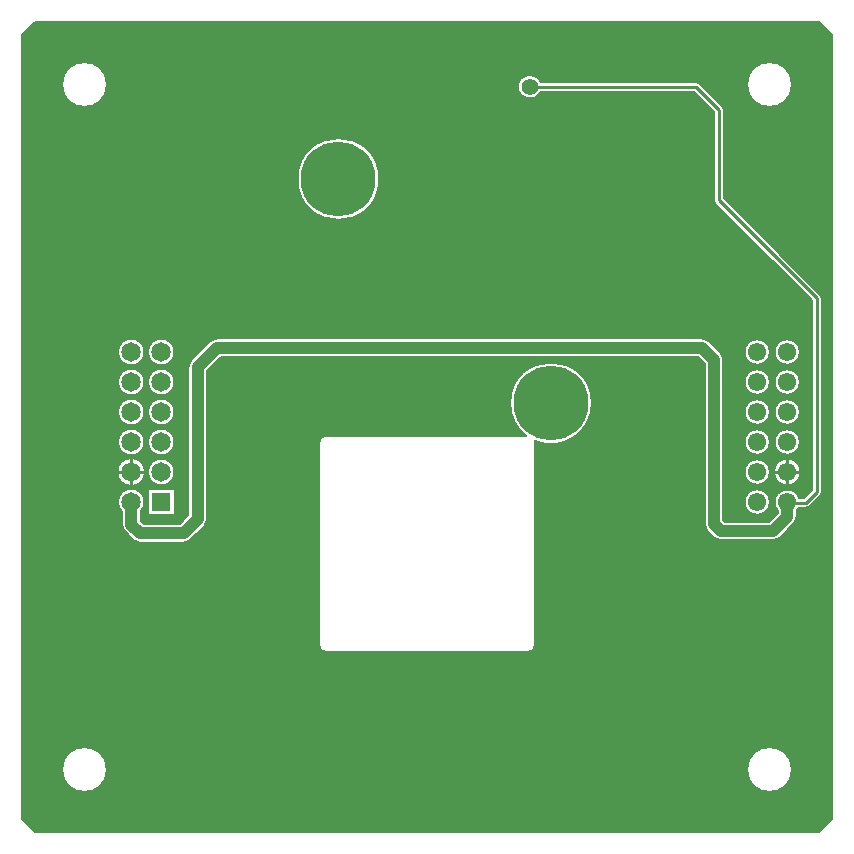
<source format=gbr>
G04 DesignSpark PCB PRO Gerber Version 10.0 Build 5299*
G04 #@! TF.Part,Single*
G04 #@! TF.FileFunction,Copper,L2,Bot*
G04 #@! TF.FilePolarity,Positive*
%FSLAX35Y35*%
%MOIN*%
G04 #@! TA.AperFunction,ComponentPad*
%ADD21R,0.06496X0.06496*%
G04 #@! TD.AperFunction*
%ADD18C,0.00787*%
%ADD75C,0.00984*%
%ADD19C,0.01000*%
G04 #@! TA.AperFunction,ViaPad*
%ADD70C,0.03543*%
G04 #@! TD.AperFunction*
%ADD76C,0.03937*%
G04 #@! TA.AperFunction,ViaPad*
%ADD134C,0.05600*%
G04 #@! TA.AperFunction,ComponentPad*
%ADD20C,0.06102*%
%ADD22C,0.06496*%
%ADD137C,0.24921*%
G04 #@! TD.AperFunction*
X0Y0D02*
D02*
D18*
X6974Y268984D02*
Y7394D01*
X11331Y3037D01*
X272921D01*
X277278Y7394D01*
Y268984D01*
X272921Y273341D01*
X11331D01*
X6974Y268984D01*
X20472Y24016D02*
G75*
G02*
X35433I7480J0D01*
G01*
G75*
G02*
X20472I-7480J0D01*
G01*
Y252362D02*
G75*
G02*
X35433I7480J0D01*
G01*
G75*
G02*
X20472I-7480J0D01*
G01*
X38902Y123189D02*
G75*
G02*
X48185I4642J0D01*
G01*
G75*
G02*
X38902I-4642J0D01*
G01*
X273228Y182287D02*
G75*
G02*
X273720Y181102I-1181J-1185D01*
G01*
Y116535D01*
G75*
G02*
X273228Y115350I-1673J0D01*
G01*
X269689Y111811D01*
G75*
G02*
X268504Y111319I-1185J1181D01*
G01*
X266002D01*
G75*
G02*
X265354Y110362I-3797J1870D01*
G01*
Y108272D01*
G75*
G02*
Y108269I-1211J-2D01*
G01*
G75*
G02*
Y108268I-1410J0D01*
G01*
G75*
G02*
X264432Y106041I-3150J0D01*
G01*
X259707Y101316D01*
G75*
G02*
X257476Y100394I-2227J2227D01*
G01*
X240162D01*
G75*
G02*
X237930Y101316I-4J3150D01*
G01*
X235568Y103678D01*
G75*
G02*
X234646Y105906I2227J2227D01*
G01*
G75*
G02*
Y105907I1327J1D01*
G01*
G75*
G02*
Y105910I1195J2D01*
G01*
Y159325D01*
X232554Y161417D01*
X73352D01*
X68898Y156963D01*
Y107485D01*
G75*
G02*
Y107481I-1211J-2D01*
G01*
G75*
G02*
Y107480I-1410J0D01*
G01*
G75*
G02*
X67975Y105253I-3150J0D01*
G01*
X63251Y100529D01*
G75*
G02*
X61019Y99606I-2227J2227D01*
G01*
X46457D01*
G75*
G02*
X44227Y100531I0J3150D01*
G01*
X41319Y103439D01*
G75*
G02*
X40394Y105669I2224J2230D01*
G01*
Y110075D01*
G75*
G02*
X39114Y113189I3150J3114D01*
G01*
G75*
G02*
X47972I4429J0D01*
G01*
G75*
G02*
X46693Y110075I-4430J0D01*
G01*
Y106974D01*
X47761Y105906D01*
X59719D01*
X62598Y108785D01*
Y158268D01*
G75*
G02*
X63524Y160498I3150J0D01*
G01*
X69817Y166791D01*
G75*
G02*
X72047Y167717I2230J-2224D01*
G01*
X233858D01*
G75*
G02*
X236088Y166791I0J-3150D01*
G01*
X240020Y162860D01*
G75*
G02*
X240945Y160630I-2224J-2230D01*
G01*
Y107210D01*
X241462Y106693D01*
X256176D01*
X259055Y109572D01*
Y110362D01*
G75*
G02*
X257972Y113189I3150J2827D01*
G01*
G75*
G02*
X266171Y114665I4232J0D01*
G01*
X267811D01*
X270374Y117228D01*
Y180409D01*
X238189Y212594D01*
G75*
G02*
X237697Y213780I1181J1185D01*
G01*
Y243205D01*
X231000Y249902D01*
X179970D01*
G75*
G02*
X172397Y251618I-3592J1717D01*
G01*
G75*
G02*
X180010Y253248I3981J0D01*
G01*
X231693D01*
G75*
G02*
X232878Y252756I0J-1673D01*
G01*
X240551Y245083D01*
G75*
G02*
X241043Y243898I-1181J-1185D01*
G01*
Y214472D01*
X273228Y182287D01*
X247972Y113189D02*
G75*
G02*
X256437I4232J0D01*
G01*
G75*
G02*
X247972I-4232J0D01*
G01*
Y123189D02*
G75*
G02*
X256437I4232J0D01*
G01*
G75*
G02*
X247972I-4232J0D01*
G01*
Y133189D02*
G75*
G02*
X256437I4232J0D01*
G01*
G75*
G02*
X247972I-4232J0D01*
G01*
Y143189D02*
G75*
G02*
X256437I4232J0D01*
G01*
G75*
G02*
X247972I-4232J0D01*
G01*
Y153189D02*
G75*
G02*
X256437I4232J0D01*
G01*
G75*
G02*
X247972I-4232J0D01*
G01*
Y163189D02*
G75*
G02*
X256437I4232J0D01*
G01*
G75*
G02*
X247972I-4232J0D01*
G01*
X257760Y123189D02*
G75*
G02*
X266650I4445J0D01*
G01*
G75*
G02*
X257760I-4445J0D01*
G01*
X257972Y133189D02*
G75*
G02*
X266437I4232J0D01*
G01*
G75*
G02*
X257972I-4232J0D01*
G01*
Y143189D02*
G75*
G02*
X266437I4232J0D01*
G01*
G75*
G02*
X257972I-4232J0D01*
G01*
Y153189D02*
G75*
G02*
X266437I4232J0D01*
G01*
G75*
G02*
X257972I-4232J0D01*
G01*
Y163189D02*
G75*
G02*
X266437I4232J0D01*
G01*
G75*
G02*
X257972I-4232J0D01*
G01*
X248819Y24016D02*
G75*
G02*
X263780I7480J0D01*
G01*
G75*
G02*
X248819I-7480J0D01*
G01*
X169823Y146063D02*
G75*
G02*
X197106I13642J0D01*
G01*
G75*
G02*
X178096Y133522I-13641J0D01*
G01*
G75*
G02*
X178234Y132677I-2506J-845D01*
G01*
Y65748D01*
G75*
G02*
X175591Y63104I-2644J0D01*
G01*
X108661D01*
G75*
G02*
X106018Y65748I0J2644D01*
G01*
Y132677D01*
G75*
G02*
X108661Y135321I2644J0D01*
G01*
X175056D01*
G75*
G02*
X169823Y146063I8409J10742D01*
G01*
X39114Y133189D02*
G75*
G02*
X47972I4429J0D01*
G01*
G75*
G02*
X39114I-4429J0D01*
G01*
Y143189D02*
G75*
G02*
X47972I4429J0D01*
G01*
G75*
G02*
X39114I-4429J0D01*
G01*
Y153189D02*
G75*
G02*
X47972I4429J0D01*
G01*
G75*
G02*
X39114I-4429J0D01*
G01*
Y163189D02*
G75*
G02*
X47972I4429J0D01*
G01*
G75*
G02*
X39114I-4429J0D01*
G01*
X49114Y117618D02*
X57972D01*
Y108760D01*
X49114D01*
Y117618D01*
Y123189D02*
G75*
G02*
X57972I4429J0D01*
G01*
G75*
G02*
X49114I-4429J0D01*
G01*
Y133189D02*
G75*
G02*
X57972I4429J0D01*
G01*
G75*
G02*
X49114I-4429J0D01*
G01*
Y143189D02*
G75*
G02*
X57972I4429J0D01*
G01*
G75*
G02*
X49114I-4429J0D01*
G01*
Y153189D02*
G75*
G02*
X57972I4429J0D01*
G01*
G75*
G02*
X49114I-4429J0D01*
G01*
Y163189D02*
G75*
G02*
X57972I4429J0D01*
G01*
G75*
G02*
X49114I-4429J0D01*
G01*
X98957Y220866D02*
G75*
G02*
X126240I13642J0D01*
G01*
G75*
G02*
X98957I-13642J0D01*
G01*
X248819Y252362D02*
G75*
G02*
X263780I7480J0D01*
G01*
G75*
G02*
X248819I-7480J0D01*
G01*
X7368Y24016D02*
G36*
X7368Y24016D02*
Y7000D01*
X10937Y3431D01*
X273315D01*
X276884Y7000D01*
Y24016D01*
X263780D01*
G75*
G02*
X248819I-7480J0D01*
G01*
X35433D01*
G75*
G02*
X20472I-7480J0D01*
G01*
X7368D01*
G37*
Y113189D02*
G36*
X7368Y113189D02*
Y24016D01*
X20472D01*
G75*
G02*
X35433I7480J0D01*
G01*
X248819D01*
G75*
G02*
X263780I7480J0D01*
G01*
X276884D01*
Y113189D01*
X271067D01*
X269689Y111811D01*
G75*
G02*
X268504Y111319I-1185J1180D01*
G01*
X266002D01*
G75*
G02*
X265354Y110362I-3804J1875D01*
G01*
Y108272D01*
Y108269D01*
Y108268D01*
G75*
G02*
X264432Y106041I-3151J0D01*
G01*
X259707Y101316D01*
G75*
G02*
X257476Y100394I-2228J2229D01*
G01*
X240162D01*
G75*
G02*
X237930Y101316I-4J3152D01*
G01*
X235568Y103678D01*
G75*
G02*
X234646Y105905I2227J2227D01*
G01*
Y105906D01*
Y105907D01*
Y105910D01*
Y113189D01*
X178234D01*
Y65748D01*
G75*
G02*
X175591Y63104I-2644J0D01*
G01*
X108661D01*
G75*
G02*
X106018Y65748I0J2644D01*
G01*
Y113189D01*
X68898D01*
Y107485D01*
Y107481D01*
Y107480D01*
G75*
G02*
X67975Y105253I-3151J0D01*
G01*
X63251Y100529D01*
G75*
G02*
X61019Y99606I-2228J2229D01*
G01*
X46457D01*
G75*
G02*
X44227Y100531I0J3151D01*
G01*
X41319Y103439D01*
G75*
G02*
X40394Y105669I2226J2230D01*
G01*
Y110075D01*
G75*
G02*
X39114Y113189I3149J3114D01*
G01*
Y113189D01*
X7368D01*
G37*
X46693Y110075D02*
G36*
X46693Y110075D02*
Y106974D01*
X47761Y105906D01*
X59719D01*
X62598Y108785D01*
Y113189D01*
X57972D01*
Y108760D01*
X49114D01*
Y113189D01*
X47972D01*
Y113189D01*
G75*
G02*
X46693Y110075I-4428J0D01*
G01*
G37*
X240945Y113189D02*
G36*
X240945Y113189D02*
Y107210D01*
X241462Y106693D01*
X256176D01*
X259055Y109572D01*
Y110362D01*
G75*
G02*
X257972Y113189I3150J2827D01*
G01*
X256437D01*
G75*
G02*
X247972I-4232J0D01*
G01*
X240945D01*
G37*
X7368Y123189D02*
G36*
X7368Y123189D02*
Y113189D01*
X39114D01*
G75*
G02*
X47972I4429J0D01*
G01*
X49114D01*
Y117618D01*
X57972D01*
Y113189D01*
X62598D01*
Y123189D01*
X57972D01*
G75*
G02*
X49114I-4429J0D01*
G01*
X48185D01*
G75*
G02*
X38902I-4642J0D01*
G01*
X7368D01*
G37*
X68898D02*
G36*
X68898Y123189D02*
Y113189D01*
X106018D01*
Y123189D01*
X68898D01*
G37*
X178234D02*
G36*
X178234Y123189D02*
Y113189D01*
X234646D01*
Y123189D01*
X178234D01*
G37*
X240945D02*
G36*
X240945Y123189D02*
Y113189D01*
X247972D01*
G75*
G02*
X256437I4232J0D01*
G01*
X257972D01*
G75*
G02*
X266171Y114665I4232J0D01*
G01*
X267811D01*
X270374Y117228D01*
Y123189D01*
X266650D01*
G75*
G02*
X257760I-4445J0D01*
G01*
X256437D01*
G75*
G02*
X247972I-4232J0D01*
G01*
X240945D01*
G37*
X273228Y115350D02*
G36*
X273228Y115350D02*
X271067Y113189D01*
X276884D01*
Y123189D01*
X273720D01*
Y116535D01*
G75*
G02*
X273228Y115350I-1673J0D01*
G01*
G37*
X7368Y133189D02*
G36*
X7368Y133189D02*
Y123189D01*
X38902D01*
G75*
G02*
X48185I4642J0D01*
G01*
X49114D01*
G75*
G02*
X57972I4429J0D01*
G01*
X62598D01*
Y133189D01*
X57972D01*
G75*
G02*
X49114I-4429J0D01*
G01*
X47972D01*
G75*
G02*
X39114I-4429J0D01*
G01*
X7368D01*
G37*
X68898D02*
G36*
X68898Y133189D02*
Y123189D01*
X106018D01*
Y132677D01*
G75*
G02*
X106068Y133189I2644J0D01*
G01*
X68898D01*
G37*
X178234Y132677D02*
G36*
X178234Y132677D02*
Y123189D01*
X234646D01*
Y133189D01*
X187976D01*
G75*
G02*
X178954I-4511J12874D01*
G01*
X178185D01*
G75*
G02*
X178234Y132680I-2581J-508D01*
G01*
G75*
G02*
Y132677I-2506J-1D01*
G01*
G37*
X240945Y133189D02*
G36*
X240945Y133189D02*
Y123189D01*
X247972D01*
G75*
G02*
X256437I4232J0D01*
G01*
X257760D01*
G75*
G02*
X266650I4445J0D01*
G01*
X270374D01*
Y133189D01*
X266437D01*
G75*
G02*
X257972I-4232J0D01*
G01*
X256437D01*
G75*
G02*
X247972I-4232J0D01*
G01*
X240945D01*
G37*
X273720D02*
G36*
X273720Y133189D02*
Y123189D01*
X276884D01*
Y133189D01*
X273720D01*
G37*
X7368Y143189D02*
G36*
X7368Y143189D02*
Y133189D01*
X39114D01*
G75*
G02*
X47972I4429J0D01*
G01*
X49114D01*
G75*
G02*
X57972I4429J0D01*
G01*
X62598D01*
Y143189D01*
X57972D01*
G75*
G02*
X49114I-4429J0D01*
G01*
X47972D01*
G75*
G02*
X39114I-4429J0D01*
G01*
X7368D01*
G37*
X68898D02*
G36*
X68898Y143189D02*
Y133189D01*
X106068D01*
G75*
G02*
X108661Y135321I2594J-512D01*
G01*
X175056D01*
G75*
G02*
X170129Y143189I8409J10742D01*
G01*
X68898D01*
G37*
X178096Y133522D02*
G36*
X178096Y133522D02*
G75*
G02*
X178185Y133189I-2491J-843D01*
G01*
X178954D01*
G75*
G02*
X178096Y133522I4511J12876D01*
G01*
G37*
X196800Y143189D02*
G36*
X196800Y143189D02*
G75*
G02*
X187976Y133189I-13335J2874D01*
G01*
X234646D01*
Y143189D01*
X196800D01*
G37*
X240945D02*
G36*
X240945Y143189D02*
Y133189D01*
X247972D01*
G75*
G02*
X256437I4232J0D01*
G01*
X257972D01*
G75*
G02*
X266437I4232J0D01*
G01*
X270374D01*
Y143189D01*
X266437D01*
G75*
G02*
X257972I-4232J0D01*
G01*
X256437D01*
G75*
G02*
X247972I-4232J0D01*
G01*
X240945D01*
G37*
X273720D02*
G36*
X273720Y143189D02*
Y133189D01*
X276884D01*
Y143189D01*
X273720D01*
G37*
X7368Y153189D02*
G36*
X7368Y153189D02*
Y143189D01*
X39114D01*
G75*
G02*
X47972I4429J0D01*
G01*
X49114D01*
G75*
G02*
X57972I4429J0D01*
G01*
X62598D01*
Y153189D01*
X57972D01*
G75*
G02*
X49114I-4429J0D01*
G01*
X47972D01*
G75*
G02*
X39114I-4429J0D01*
G01*
X7368D01*
G37*
X68898D02*
G36*
X68898Y153189D02*
Y143189D01*
X170129D01*
G75*
G02*
X169823Y146063I13337J2875D01*
G01*
G75*
G02*
X171832Y153189I13642J0D01*
G01*
X68898D01*
G37*
X197106Y146063D02*
G36*
X197106Y146063D02*
G75*
G02*
X196800Y143189I-13642J0D01*
G01*
X234646D01*
Y153189D01*
X195097D01*
G75*
G02*
X197106Y146063I-11633J-7126D01*
G01*
G37*
X240945Y153189D02*
G36*
X240945Y153189D02*
Y143189D01*
X247972D01*
G75*
G02*
X256437I4232J0D01*
G01*
X257972D01*
G75*
G02*
X266437I4232J0D01*
G01*
X270374D01*
Y153189D01*
X266437D01*
G75*
G02*
X257972I-4232J0D01*
G01*
X256437D01*
G75*
G02*
X247972I-4232J0D01*
G01*
X240945D01*
G37*
X273720D02*
G36*
X273720Y153189D02*
Y143189D01*
X276884D01*
Y153189D01*
X273720D01*
G37*
X7368Y163189D02*
G36*
X7368Y163189D02*
Y153189D01*
X39114D01*
G75*
G02*
X47972I4429J0D01*
G01*
X49114D01*
G75*
G02*
X57972I4429J0D01*
G01*
X62598D01*
Y158268D01*
G75*
G02*
X63524Y160498I3151J0D01*
G01*
X66215Y163189D01*
X57972D01*
G75*
G02*
X49114I-4429J0D01*
G01*
X47972D01*
G75*
G02*
X39114I-4429J0D01*
G01*
X7368D01*
G37*
X68898Y156963D02*
G36*
X68898Y156963D02*
Y153189D01*
X171832D01*
G75*
G02*
X195097I11633J-7126D01*
G01*
X234646D01*
Y159325D01*
X232554Y161417D01*
X73352D01*
X68898Y156963D01*
G37*
X239691Y163189D02*
G36*
X239691Y163189D02*
X240020Y162860D01*
G75*
G02*
X240945Y160630I-2226J-2230D01*
G01*
Y153189D01*
X247972D01*
G75*
G02*
X256437I4232J0D01*
G01*
X257972D01*
G75*
G02*
X266437I4232J0D01*
G01*
X270374D01*
Y163189D01*
X266437D01*
G75*
G02*
X257972I-4232J0D01*
G01*
X256437D01*
G75*
G02*
X247972I-4232J0D01*
G01*
X239691D01*
G37*
X273720D02*
G36*
X273720Y163189D02*
Y153189D01*
X276884D01*
Y163189D01*
X273720D01*
G37*
X7368Y220866D02*
G36*
X7368Y220866D02*
Y163189D01*
X39114D01*
G75*
G02*
X47972I4429J0D01*
G01*
X49114D01*
G75*
G02*
X57972I4429J0D01*
G01*
X66215D01*
X69817Y166791D01*
G75*
G02*
X72047Y167717I2230J-2226D01*
G01*
X233858D01*
G75*
G02*
X236088Y166791I0J-3151D01*
G01*
X239691Y163189D01*
X247972D01*
G75*
G02*
X256437I4232J0D01*
G01*
X257972D01*
G75*
G02*
X266437I4232J0D01*
G01*
X270374D01*
Y180409D01*
X238189Y212594D01*
G75*
G02*
X237697Y213780I1181J1185D01*
G01*
Y220866D01*
X126240D01*
G75*
G02*
X98957I-13642J0D01*
G01*
X7368D01*
G37*
X241043D02*
G36*
X241043Y220866D02*
Y214472D01*
X273228Y182287D01*
G75*
G02*
X273720Y181102I-1181J-1185D01*
G01*
Y163189D01*
X276884D01*
Y220866D01*
X241043D01*
G37*
X7368Y252362D02*
G36*
X7368Y252362D02*
Y220866D01*
X98957D01*
G75*
G02*
X126240I13642J0D01*
G01*
X237697D01*
Y243205D01*
X231000Y249902D01*
X179970D01*
G75*
G02*
X172397Y251618I-3592J1717D01*
G01*
G75*
G02*
X172467Y252362I3981J0D01*
G01*
X35433D01*
G75*
G02*
X20472I-7480J0D01*
G01*
X7368D01*
G37*
X233272D02*
G36*
X233272Y252362D02*
X240551Y245083D01*
G75*
G02*
X241043Y243898I-1181J-1185D01*
G01*
Y220866D01*
X276884D01*
Y252362D01*
X263780D01*
G75*
G02*
X248819I-7480J0D01*
G01*
X233272D01*
G37*
X7368Y269378D02*
G36*
X7368Y269378D02*
Y252362D01*
X20472D01*
G75*
G02*
X35433I7480J0D01*
G01*
X172467D01*
G75*
G02*
X180010Y253248I3911J-744D01*
G01*
X231693D01*
G75*
G02*
X232878Y252756I0J-1672D01*
G01*
X233272Y252362D01*
X248819D01*
G75*
G02*
X263780I7480J0D01*
G01*
X276884D01*
Y269378D01*
X273315Y272947D01*
X10937D01*
X7368Y269378D01*
G37*
D02*
D19*
X40795Y123189D02*
X38795D01*
X43543Y120441D02*
Y118441D01*
Y125937D02*
Y127937D01*
X46291Y123189D02*
X48291D01*
X259654D02*
X257654D01*
X262205Y120638D02*
Y118638D01*
Y125740D02*
Y127740D01*
X264756Y123189D02*
X266756D01*
D02*
D70*
X63386Y20079D03*
Y59449D03*
Y177559D03*
Y216929D03*
Y256299D03*
X90945Y216929D03*
X93307Y177559D03*
X102756Y20079D03*
Y59449D03*
Y98819D03*
Y256299D03*
X142126Y20079D03*
Y57874D03*
Y220866D03*
X181496Y20079D03*
Y220866D03*
X186220Y256299D03*
X189370Y98819D03*
X220866Y20079D03*
Y59449D03*
Y98819D03*
Y256299D03*
X233465Y59055D03*
Y74016D03*
D02*
D20*
X252205Y113189D03*
Y123189D03*
Y133189D03*
Y143189D03*
Y153189D03*
Y163189D03*
X262205Y113189D03*
Y123189D03*
Y133189D03*
Y143189D03*
Y153189D03*
Y163189D03*
D02*
D21*
X53543Y113189D03*
D02*
D22*
X43543D03*
Y123189D03*
Y133189D03*
Y143189D03*
Y153189D03*
Y163189D03*
X53543Y123189D03*
Y133189D03*
Y143189D03*
Y153189D03*
Y163189D03*
D02*
D75*
X262205Y113189D02*
X262402Y112992D01*
X268504D01*
X272047Y116535D01*
Y181102D01*
X239370Y213780D01*
Y243898D01*
X231693Y251575D01*
X176421D01*
X176378Y251618D01*
D02*
D76*
X43543Y113189D02*
Y105669D01*
X46457Y102756D01*
X61024D01*
X65748Y107480D01*
Y158268D01*
X72047Y164567D01*
X233858D01*
X237795Y160630D01*
Y105906D01*
X240157Y103543D01*
X257480D01*
X262205Y108268D01*
Y113189D01*
D02*
D134*
X176378Y251618D03*
D02*
D137*
X112598Y220866D03*
X183465Y146063D03*
X0Y0D02*
M02*

</source>
